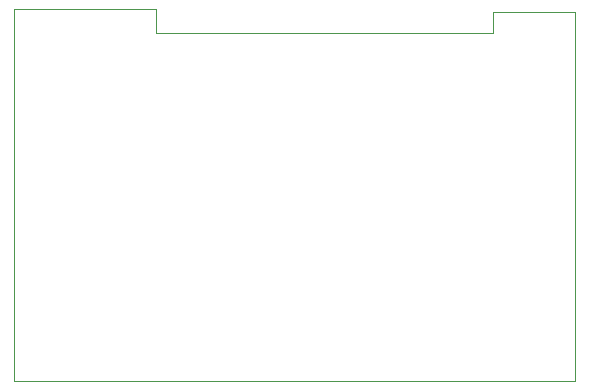
<source format=gbr>
G04 #@! TF.GenerationSoftware,KiCad,Pcbnew,(5.99.0-11535-gf6cac49802)*
G04 #@! TF.CreationDate,2021-08-06T14:04:52-04:00*
G04 #@! TF.ProjectId,esphome-humitemp,65737068-6f6d-4652-9d68-756d6974656d,1*
G04 #@! TF.SameCoordinates,Original*
G04 #@! TF.FileFunction,Profile,NP*
%FSLAX46Y46*%
G04 Gerber Fmt 4.6, Leading zero omitted, Abs format (unit mm)*
G04 Created by KiCad (PCBNEW (5.99.0-11535-gf6cac49802)) date 2021-08-06 14:04:52*
%MOMM*%
%LPD*%
G01*
G04 APERTURE LIST*
G04 #@! TA.AperFunction,Profile*
%ADD10C,0.038100*%
G04 #@! TD*
G04 APERTURE END LIST*
D10*
X102750000Y-50500000D02*
X102750000Y-48500000D01*
X90750000Y-48500000D02*
X102750000Y-48500000D01*
X90750000Y-48500000D02*
X90750000Y-80000000D01*
X131250000Y-48750000D02*
X138250000Y-48750000D01*
X138250000Y-80000000D02*
X90750000Y-80000000D01*
X131250000Y-48750000D02*
X131250000Y-50500000D01*
X138250000Y-48750000D02*
X138250000Y-80000000D01*
X102750000Y-50500000D02*
X131250000Y-50500000D01*
M02*

</source>
